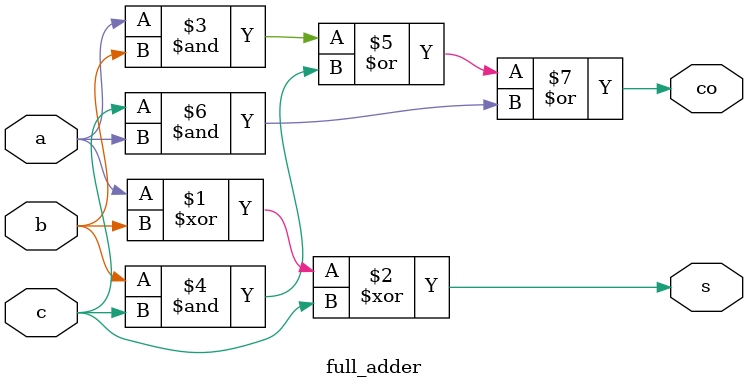
<source format=v>
module full_adder(a,b,c,s,co);
input a,b,c;
output s,co;
assign s=a^b^c;
assign co=(a&b)|(b&c)|(c&a);
endmodule

</source>
